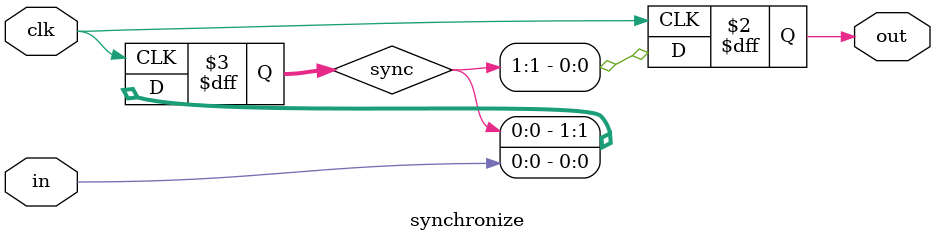
<source format=v>
`timescale 1ns / 1ps


module main(
   input CLK100MHZ,
   input[15:0] SW,
   input BTNC, BTNU, BTNL, BTNR, BTND,
   output[3:0] VGA_R,
   output[3:0] VGA_B,
   output[3:0] VGA_G,
   input[7:0] JB,
   output VGA_HS,
   output VGA_VS,
   output LED16_B, LED16_G, LED16_R,
   output LED17_B, LED17_G, LED17_R,
   output[15:0] LED,
   output[7:0] SEG,  // segments A-G (0-6), DP (7)
   output[7:0] AN    // Display 0-7
   );


// create 25mhz system clock for 640 x 480 VGA timing - in xvga.v
//    wire clock_25mhz;
//    clock_quarter_divider clockgen(.clk100_mhz(CLK100MHZ), .clock_25mhz(clock_25mhz));


// create 65mhz system clock for 1024 x 768 XVGA timing
    clk_wiz_0_clk_wiz clkdivider(.clk_in1(CLK100MHZ), .clk_out1(clock_65mhz));


//  instantiate 7-segment display;
    wire [31:0] data;
    wire [6:0] segments;
    display_8hex display(.clk(clock_65mhz),.data(data), .seg(segments), .strobe(AN));
    assign SEG[6:0] = segments;
    assign SEG[7] = 1'b1;

//////////////////////////////////////////////////////////////////////////////////
//
//  modify these lines as needed and insert your lab here
    wire [11:0] x, y;
    wire touched;
    wire [11:0] bubble;
    
    assign LED = SW;
    //assign JB[7:0] = 8'b0;
    assign data = {x, y, {7'b0, touched}};  // display HEX of coordinates and TOUCH_STATUS
    assign LED16_R = BTNL;                  // left button -> red led
    assign LED16_G = BTNC;                  // center button -> green led
    assign LED16_B = BTNR;                  // right button -> blue led
    assign LED17_R = BTNL;
    assign LED17_G = BTNC;
    assign LED17_B = BTNR;
    
    wire SS = JB[0];
    wire MOSI = JB[1];
    wire MISO = JB[2];
    wire SCLK = JB[3];
 
    spi_slave touch(.clk(clock_65mhz),
                    .rst(),
                    .SS(SS),
                    .SCLK(SCLK),
                    .MOSI(MOSI),
                    .MISO(MISO),
                    .x(x),
                    .y(y),
                    .touched(touched));
                      
    bubble_display bub(.x(x[11:2]),
                      .y(y[11:2]),
                      .hcount(hcount),
                      .vcount(vcount),
                      .pixel_value(bubble));
    
//
//////////////////////////////////////////////////////////////////////////////////



//////////////////////////////////////////////////////////////////////////////////
// sample Verilog to generate color bars or border

    wire [10:0] hcount;
    wire [9:0] vcount;
    wire hsync, vsync, at_display_area;
    xvga xvga1(.vclock(clock_65mhz),.hcount(hcount),.vcount(vcount),
          .hsync(hsync),.vsync(vsync),.blank(blank));
    wire [11:0] rgb;   // rgb is 12 bits

    wire border = (hcount==0 | hcount==1023 | vcount==0 | vcount==767 |
                   hcount == 512 | vcount == 384);

    wire [23:0] pixel;

    assign rgb = SW[0] ? {12{border}} : {{4{hcount[7]}}, {4{hcount[6]}}, {4{hcount[5]}}};

// the following lines are required for the Nexys4 VGA circuit
    assign VGA_R = ~blank ? rgb[11:8]: 0;
    assign VGA_G = ~blank ? rgb[7:4] : 0;
    assign VGA_B = ~blank ? rgb[3:0] : 0;

    synchronize syn1 (.clk(clock_65mhz), .in(hsync), .out(hsync2));
    synchronize syn2 (.clk(clock_65mhz), .in(vsync), .out(vsync2));

    assign VGA_HS = ~hsync2;
    assign VGA_VS = ~vsync2;
endmodule

module synchronize #(parameter NSYNC = 3)  // number of sync flops.  must be >= 2
                   (input clk,in,
                    output reg out);

  reg [NSYNC-2:0] sync;

  always @ (posedge clk)
  begin
    {out, sync} <= {sync[NSYNC-2:0], in};
  end
endmodule

</source>
